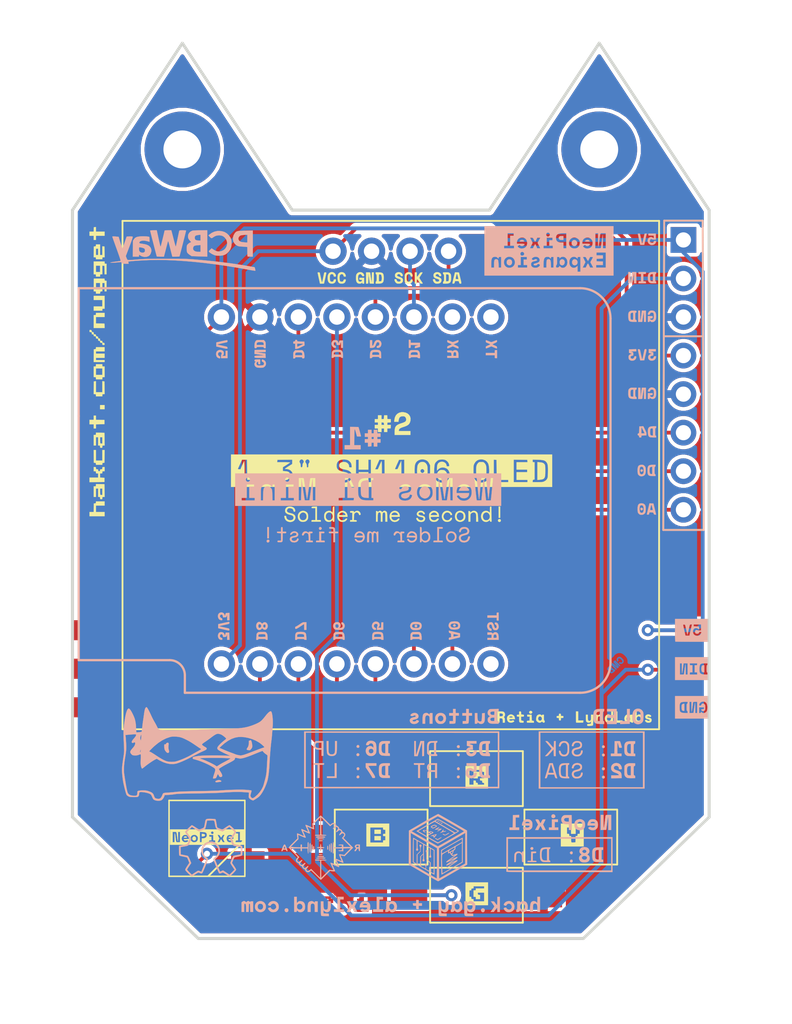
<source format=kicad_pcb>
(kicad_pcb (version 20171130) (host pcbnew 5.1.5+dfsg1-2build2)
  (layers (0 F.Cu signal hide) (31 B.Cu signal) (34 B.Paste user) (35 F.Paste user) (36 B.SilkS user) (37 F.SilkS user) (38 B.Mask user) (39 F.Mask user) (44 Edge.Cuts user))
  (net 0 "")
  (net 1 "Net-(Brd1-Pad4)")
  (net 2 "Net-(Brd1-Pad3)")
  (net 3 "Net-(Brd1-Pad2)")
  (net 4 "Net-(D1-Pad4)")
  (net 5 "Net-(D1-Pad2)")
  (net 6 /D6)
  (net 7 /D7)
  (net 8 /D5)
  (net 9 "Net-(U1-Pad16)")
  (net 10 "Net-(U1-Pad1)")
  (net 11 "Net-(U1-Pad15)")
  (net 12 "Net-(U1-Pad2)")
  (net 13 "Net-(U1-Pad3)")
  (net 14 "Net-(U1-Pad12)")
  (net 15 "Net-(U1-Pad11)")
  (net 16 +5V)
  (net 17 GND)
  (module Button_Switch_SMD:SW_SPST_FSMSM (layer F.Cu) (at 5.6515 25.146)
    (fp_text reference SW2 hide)
    (fp_text value Down)
    (pad 1 smd rect (at -4.445 0) (size 2.4 1.6) (layers F.Cu F.Paste F.Mask) (net 14 "Net-(U1-Pad12)"))
    (pad 2 smd rect (at 4.445 0) (size 2.4 1.6) (layers F.Cu F.Paste F.Mask) (net 17 GND))
  )
  (module Button_Switch_SMD:SW_SPST_FSMSM (layer F.Cu) (at 5.6515 17.4625)
    (fp_text reference SW1 hide)
    (fp_text value Up)
    (pad 1 smd rect (at -4.445 0) (size 2.4 1.6) (layers F.Cu F.Paste F.Mask) (net 6 /D6))
    (pad 2 smd rect (at 4.445 0) (size 2.4 1.6) (layers F.Cu F.Paste F.Mask) (net 17 GND))
  )
  (module Button_Switch_SMD:SW_SPST_FSMSM (layer F.Cu) (at -0.635 21.314)
    (fp_text reference SW3 hide)
    (fp_text value Left)
    (pad 1 smd rect (at -4.445 0) (size 2.4 1.6) (layers F.Cu F.Paste F.Mask) (net 7 /D7))
    (pad 2 smd rect (at 4.445 0) (size 2.4 1.6) (layers F.Cu F.Paste F.Mask) (net 17 GND))
  )
  (module Button_Switch_SMD:SW_SPST_FSMSM (layer F.Cu) (at 11.8745 21.314)
    (fp_text reference SW4 hide)
    (fp_text value Right)
    (pad 1 smd rect (at -4.445 0) (size 2.4 1.6) (layers F.Cu F.Paste F.Mask) (net 8 /D5))
    (pad 2 smd rect (at 4.445 0) (size 2.4 1.6) (layers F.Cu F.Paste F.Mask) (net 17 GND))
  )
  (module wemos-d1-mini:wemos-d1-mini-with-pin-header-and-connector (layer B.Cu) (at -2.286 -1.524)
    (fp_text reference U1 hide)
    (fp_text value "WeMos D1 Mini" hide)
    (pad 16 thru_hole circle (at 8.89 -11.43) (size 1.8 1.8) (drill 1.016) (layers *.Cu *.Mask) (net 9 "Net-(U1-Pad16)"))
    (pad 1 thru_hole circle (at 8.89 11.43) (size 1.8 1.8) (drill 1.016) (layers *.Cu *.Mask) (net 10 "Net-(U1-Pad1)"))
    (pad 15 thru_hole circle (at 6.35 -11.43) (size 1.8 1.8) (drill 1.016) (layers *.Cu *.Mask) (net 11 "Net-(U1-Pad15)"))
    (pad 2 thru_hole circle (at 6.35 11.43) (size 1.8 1.8) (drill 1.016) (layers *.Cu *.Mask) (net 12 "Net-(U1-Pad2)"))
    (pad 14 thru_hole circle (at 3.81 -11.43) (size 1.8 1.8) (drill 1.016) (layers *.Cu *.Mask) (net 2 "Net-(Brd1-Pad3)"))
    (pad 3 thru_hole circle (at 3.81 11.43) (size 1.8 1.8) (drill 1.016) (layers *.Cu *.Mask) (net 13 "Net-(U1-Pad3)"))
    (pad 13 thru_hole circle (at 1.27 -11.43) (size 1.8 1.8) (drill 1.016) (layers *.Cu *.Mask) (net 1 "Net-(Brd1-Pad4)"))
    (pad 4 thru_hole circle (at 1.27 11.43) (size 1.8 1.8) (drill 1.016) (layers *.Cu *.Mask) (net 8 /D5))
    (pad 12 thru_hole circle (at -1.27 -11.43) (size 1.8 1.8) (drill 1.016) (layers *.Cu *.Mask) (net 14 "Net-(U1-Pad12)"))
    (pad 5 thru_hole circle (at -1.27 11.43) (size 1.8 1.8) (drill 1.016) (layers *.Cu *.Mask) (net 6 /D6))
    (pad 11 thru_hole circle (at -3.81 -11.43) (size 1.8 1.8) (drill 1.016) (layers *.Cu *.Mask) (net 15 "Net-(U1-Pad11)"))
    (pad 6 thru_hole circle (at -3.81 11.43 270) (size 1.8 1.8) (drill 1.016) (layers *.Cu *.Mask) (net 7 /D7))
    (pad 10 thru_hole circle (at -6.35 -11.43) (size 1.8 1.8) (drill 1.016) (layers *.Cu *.Mask) (net 17 GND))
    (pad 7 thru_hole circle (at -6.35 11.43) (size 1.8 1.8) (drill 1.016) (layers *.Cu *.Mask) (net 4 "Net-(D1-Pad4)"))
    (pad 9 thru_hole circle (at -8.89 -11.43) (size 1.8 1.8) (drill 1.016) (layers *.Cu *.Mask) (net 16 +5V))
    (pad 8 thru_hole circle (at -8.89 11.43) (size 1.8 1.8) (drill 1.016) (layers *.Cu *.Mask) (net 3 "Net-(Brd1-Pad2)"))
  )
  (module screens:SH1106-128x64-OLED (layer F.Cu) (at 0 -2.54)
    (fp_text reference Brd1 hide)
    (fp_text value "SH1106 OLED")
    (pad 1 thru_hole circle (at -3.81 -14.75) (size 1.8 1.8) (drill 1.016) (layers *.Cu *.Mask) (net 3 "Net-(Brd1-Pad2)"))
    (pad 2 thru_hole circle (at -1.27 -14.75) (size 1.8 1.8) (drill 1.016) (layers *.Cu *.Mask) (net 17 GND))
    (pad 3 thru_hole circle (at 1.27 -14.75) (size 1.8 1.8) (drill 1.016) (layers *.Cu *.Mask) (net 2 "Net-(Brd1-Pad3)"))
    (pad 4 thru_hole circle (at 3.81 -14.75) (size 1.8 1.8) (drill 1.016) (layers *.Cu *.Mask) (net 1 "Net-(Brd1-Pad4)"))
  )
  (module LED_SMD:LED_WS2812B_PLCC4_5.0x5.0mm_P3.2mm_idiot_proof (layer F.Cu) (at -12.1285 21.3995)
    (fp_text reference D1 hide)
    (fp_text value WS2812B)
    (pad 3 smd rect (at 2.45 1.6) (size 2.2 1.5) (drill (offset 0.25 0)) (layers F.Cu F.Paste F.Mask) (net 17 GND))
    (pad 4 smd rect (at 2.45 -1.6) (size 2.2 1.5) (drill (offset 0.25 0)) (layers F.Cu F.Paste F.Mask) (net 4 "Net-(D1-Pad4)"))
    (pad 2 smd rect (at -2.45 1.6) (size 2.2 1.5) (drill (offset -0.25 0)) (layers F.Cu F.Paste F.Mask) (net 5 "Net-(D1-Pad2)"))
    (pad 1 smd rect (at -2.45 -1.6) (size 2.2 1.5) (drill (offset -0.25 0)) (layers F.Cu F.Paste F.Mask) (net 16 +5V))
  )
  (module Connector_PinHeader_2.54mm:PinHeader_1x08_P2.54mm_Vertical (layer F.Cu) (at 19.304 -18.034)
    (fp_text reference REF** hide)
    (fp_text value "8 Pin Header")
    (pad 8 thru_hole oval (at 0 17.78) (size 1.7 1.7) (drill 1) (layers *.Cu *.Mask) (net 12 "Net-(U1-Pad2)"))
    (pad 7 thru_hole oval (at 0 15.24) (size 1.7 1.7) (drill 1) (layers *.Cu *.Mask) (net 13 "Net-(U1-Pad3)"))
    (pad 6 thru_hole oval (at 0 12.7) (size 1.7 1.7) (drill 1) (layers *.Cu *.Mask) (net 15 "Net-(U1-Pad11)"))
    (pad 5 thru_hole oval (at 0 10.16) (size 1.7 1.7) (drill 1) (layers *.Cu *.Mask) (net 17 GND))
    (pad 4 thru_hole oval (at 0 7.62) (size 1.7 1.7) (drill 1) (layers *.Cu *.Mask) (net 3 "Net-(Brd1-Pad2)"))
    (pad 3 thru_hole oval (at 0 5.08) (size 1.7 1.7) (drill 1) (layers *.Cu *.Mask) (net 17 GND))
    (pad 2 thru_hole oval (at 0 2.54) (size 1.7 1.7) (drill 1) (layers *.Cu *.Mask) (net 5 "Net-(D1-Pad2)"))
    (pad 1 thru_hole rect (at 0 0) (size 1.7 1.7) (drill 1) (layers *.Cu *.Mask) (net 16 +5V))
  )
  (module MountingHole:MountingHole_2.5mm_Pad (layer F.Cu) (at 13.75 -24)
    (fp_text reference REF** hide)
    (fp_text value "M2.5 Standoff")
    (pad 1 thru_hole circle (at 0 0) (size 5 5) (drill 2.5) (layers *.Cu *.Mask))
  )
  (module MountingHole:MountingHole_2.5mm_Pad (layer F.Cu) (at -13.75 -24)
    (fp_text reference REF** hide)
    (fp_text value "M2.5 Standoff")
    (pad 1 thru_hole circle (at 0 0) (size 5 5) (drill 2.5) (layers *.Cu *.Mask))
  )
  (module LOGO (layer F.Cu) (at 0 0)
    (fp_text reference G*** hide)
    (fp_text value LOGO hide)
  )
  (module LOGO (layer F.Cu) (at 0 0)
    (fp_text reference G*** hide)
    (fp_text value LOGO hide)
  )
  (module LOGO (layer F.Cu) (at 0 0)
    (fp_text reference G*** hide)
    (fp_text value LOGO hide)
  )
  (module LOGO (layer F.Cu) (at 0 0)
    (fp_text reference G*** hide)
    (fp_text value LOGO hide)
  )
  (module LOGO (layer F.Cu) (at 0 0)
    (fp_text reference G*** hide)
    (fp_text value LOGO hide)
  )
  (module LOGO (layer F.Cu) (at 0 0)
    (fp_text reference G*** hide)
    (fp_text value LOGO hide)
  )
  (module LOGO (layer F.Cu) (at 0 0)
    (fp_text reference G*** hide)
    (fp_text value LOGO hide)
  )
  (module LOGO (layer F.Cu) (at 0 0)
    (fp_text reference G*** hide)
    (fp_text value LOGO hide)
  )
  (module LOGO (layer F.Cu) (at 0 0)
    (fp_text reference G*** hide)
    (fp_text value LOGO hide)
  )
  (module LOGO (layer F.Cu) (at 0 0)
    (fp_text reference G*** hide)
    (fp_text value LOGO hide)
  )
  (module LOGO (layer F.Cu) (at 0 0)
    (fp_text reference G*** hide)
    (fp_text value LOGO hide)
  )
  (module LOGO (layer F.Cu) (at 0 0)
    (fp_text reference G*** hide)
    (fp_text value LOGO hide)
  )
  (module LOGO (layer F.Cu) (at 0 0)
    (fp_text reference G*** hide)
    (fp_text value LOGO hide)
  )
  (module LOGO (layer F.Cu) (at 0 0)
    (fp_text reference G*** hide)
    (fp_text value LOGO hide)
  )
  (module LOGO (layer F.Cu) (at 0 0)
    (fp_text reference G*** hide)
    (fp_text value LOGO hide)
  )
  (module LOGO (layer F.Cu) (at 0 0)
    (fp_text reference G*** hide)
    (fp_text value LOGO hide)
  )
  (module LOGO (layer F.Cu) (at 0 0)
    (fp_text reference G*** hide)
    (fp_text value LOGO hide)
  )
  (module LOGO (layer F.Cu) (at 0 0)
    (fp_text reference G*** hide)
    (fp_text value LOGO hide)
    (fp_poly (pts (xy -9.630833 26.246667) (xy -9.704917 26.246667) (xy -9.75457 26.249943) (xy -9.774933 26.26843) (xy -9.778991 26.315111) (xy -9.779 26.32075) (xy -9.779 26.394834) (xy -10.498667 26.394834) (xy -10.498667 26.246667) (xy -9.927167 26.246667) (xy -9.927167 26.0985) (xy -10.498667 26.0985) (xy -10.498667 26.024417) (xy -10.501943 25.974764) (xy -10.52043 25.954401) (xy -10.567111 25.950343) (xy -10.57275 25.950334) (xy -10.646833 25.950334) (xy -10.646833 25.654) (xy -10.57275 25.654) (xy -10.3505 25.654) (xy -10.3505 25.950334) (xy -9.927167 25.950334) (xy -9.927167 25.654) (xy -10.3505 25.654) (xy -10.57275 25.654) (xy -10.522976 25.65046) (xy -10.502561 25.632505) (xy -10.498667 25.5905) (xy -10.498667 25.527) (xy -9.630833 25.527) (xy -9.630833 26.246667)) (layer F.Cu) (width 0.01))
    (fp_poly (pts (xy -8.466667 26.246667) (xy -8.54075 26.246667) (xy -8.590403 26.249943) (xy -8.610766 26.26843) (xy -8.614824 26.315111) (xy -8.614833 26.32075) (xy -8.614833 26.394834) (xy -9.3345 26.394834) (xy -9.3345 26.246667) (xy -8.763 26.246667) (xy -8.763 26.0985) (xy -9.331818 26.0985) (xy -9.338451 26.029709) (xy -9.348713 25.981218) (xy -9.376309 25.960331) (xy -9.413875 25.954284) (xy -9.454841 25.950334) (xy -9.209434 25.950334) (xy -8.763 25.950334) (xy -8.763 25.652519) (xy -8.979958 25.658551) (xy -9.196917 25.664584) (xy -9.203176 25.807459) (xy -9.209434 25.950334) (xy -9.454841 25.950334) (xy -9.482667 25.947651) (xy -9.482667 25.654) (xy -9.408583 25.654) (xy -9.35881 25.65046) (xy -9.338395 25.632505) (xy -9.3345 25.5905) (xy -9.3345 25.527) (xy -8.466667 25.527) (xy -8.466667 26.246667)) (layer F.Cu) (width 0.01))
    (fp_poly (pts (xy -12.678833 25.30475) (xy -12.675252 25.35455) (xy -12.657344 25.374974) (xy -12.616675 25.378834) (xy -12.573019 25.384375) (xy -12.553857 25.409713) (xy -12.547883 25.447625) (xy -12.537621 25.496116) (xy -12.510025 25.517003) (xy -12.472458 25.52305) (xy -12.424736 25.532658) (xy -12.406233 25.557337) (xy -12.403667 25.591841) (xy -12.399398 25.633625) (xy -12.378054 25.650762) (xy -12.329583 25.654) (xy -12.2555 25.654) (xy -12.2555 25.230667) (xy -11.959167 25.230667) (xy -11.959167 26.246667) (xy -12.2555 26.246667) (xy -12.2555 25.950334) (xy -12.329583 25.950334) (xy -12.379236 25.947057) (xy -12.3996 25.92857) (xy -12.403658 25.881889) (xy -12.403667 25.87625) (xy -12.406943 25.826597) (xy -12.42543 25.806234) (xy -12.472111 25.802176) (xy -12.47775 25.802167) (xy -12.527403 25.79889) (xy -12.547766 25.780404) (xy -12.551824 25.733722) (xy -12.551833 25.728084) (xy -12.555392 25.678299) (xy -12.573325 25.65788) (xy -12.614736 25.654) (xy -12.677639 25.654) (xy -12.689417 26.236084) (xy -12.832292 26.242342) (xy -12.975167 26.248601) (xy -12.975167 25.230667) (xy -12.678833 25.230667) (xy -12.678833 25.30475)) (layer F.Cu) (width 0.01))
    (fp_poly (pts (xy -11.514667 26.0985) (xy -11.091333 26.0985) (xy -11.091333 25.527) (xy -10.795 25.527) (xy -10.795 26.246667) (xy -11.662833 26.246667) (xy -11.662833 26.172584) (xy -11.66611 26.122931) (xy -11.684597 26.102567) (xy -11.731278 26.098509) (xy -11.736917 26.0985) (xy -11.811 26.0985) (xy -11.811 25.527) (xy -11.514667 25.527) (xy -11.514667 26.0985)) (layer F.Cu) (width 0.01))
    (fp_poly (pts (xy -7.450667 25.589159) (xy -7.445125 25.632814) (xy -7.419788 25.651976) (xy -7.381875 25.657951) (xy -7.313083 25.664584) (xy -7.300589 25.949326) (xy -7.66667 25.955121) (xy -8.03275 25.960917) (xy -8.039383 26.029709) (xy -8.046016 26.0985) (xy -7.450667 26.0985) (xy -7.450667 26.246667) (xy -8.170333 26.246667) (xy -8.170333 26.172584) (xy -8.17361 26.122931) (xy -8.192097 26.102567) (xy -8.238778 26.098509) (xy -8.244417 26.0985) (xy -8.3185 26.0985) (xy -8.3185 25.802167) (xy -8.046016 25.802167) (xy -7.598833 25.802167) (xy -7.598833 25.652519) (xy -7.815792 25.658551) (xy -8.03275 25.664584) (xy -8.039383 25.733375) (xy -8.046016 25.802167) (xy -8.3185 25.802167) (xy -8.3185 25.654) (xy -8.244417 25.654) (xy -8.194643 25.65046) (xy -8.174228 25.632505) (xy -8.170333 25.5905) (xy -8.170333 25.527) (xy -7.450667 25.527) (xy -7.450667 25.589159)) (layer F.Cu) (width 0.01))
    (fp_poly (pts (xy -6.434667 25.527) (xy -6.138333 25.527) (xy -6.138333 25.589533) (xy -6.13992 25.622701) (xy -6.150942 25.641884) (xy -6.180793 25.651603) (xy -6.238869 25.656383) (xy -6.281208 25.658325) (xy -6.424083 25.664584) (xy -6.429972 25.955625) (xy -6.435861 26.246667) (xy -6.731 26.246667) (xy -6.731 25.654) (xy -7.006167 25.654) (xy -7.006167 25.527) (xy -6.731 25.527) (xy -6.731 25.230667) (xy -6.434667 25.230667) (xy -6.434667 25.527)) (layer F.Cu) (width 0.01))
    (fp_poly (pts (xy -3.958167 25.30475) (xy -3.95489 25.354403) (xy -3.936404 25.374766) (xy -3.889722 25.378824) (xy -3.884083 25.378834) (xy -3.81 25.378834) (xy -3.81 25.654) (xy -3.884083 25.654) (xy -3.933736 25.657277) (xy -3.9541 25.675763) (xy -3.958158 25.722445) (xy -3.958167 25.728084) (xy -3.961443 25.777736) (xy -3.97993 25.7981) (xy -4.026611 25.802158) (xy -4.03225 25.802167) (xy -4.081903 25.805443) (xy -4.102266 25.82393) (xy -4.106324 25.870611) (xy -4.106333 25.87625) (xy -4.106333 25.950334) (xy -4.402667 25.950334) (xy -4.402667 26.0985) (xy -3.81 26.0985) (xy -3.81 26.246667) (xy -4.826 26.246667) (xy -4.826 25.950334) (xy -4.751917 25.950334) (xy -4.702264 25.947057) (xy -4.681901 25.92857) (xy -4.677843 25.881889) (xy -4.677833 25.87625) (xy -4.674252 25.826451) (xy -4.656344 25.806026) (xy -4.615675 25.802167) (xy -4.572019 25.796625) (xy -4.552857 25.771288) (xy -4.546883 25.733375) (xy -4.54025 25.664584) (xy -4.397375 25.658325) (xy -4.321751 25.654318) (xy -4.279026 25.647622) (xy -4.259807 25.633715) (xy -4.254698 25.608073) (xy -4.2545 25.589533) (xy -4.250271 25.547504) (xy -4.22904 25.530266) (xy -4.180417 25.527) (xy -4.130764 25.523724) (xy -4.110401 25.505237) (xy -4.106343 25.458556) (xy -4.106333 25.452917) (xy -4.106333 25.378834) (xy -4.550833 25.378834) (xy -4.550833 25.527) (xy -4.826 25.527) (xy -4.826 25.454258) (xy -4.821894 25.404533) (xy -4.801326 25.382667) (xy -4.757208 25.374883) (xy -4.708718 25.364621) (xy -4.687831 25.337025) (xy -4.681784 25.299459) (xy -4.675151 25.230667) (xy -3.958167 25.230667) (xy -3.958167 25.30475)) (layer F.Cu) (width 0.01))
    (fp_poly (pts (xy -3.090333 26.246667) (xy -3.388601 26.246667) (xy -3.376083 25.960917) (xy -3.090333 25.948399) (xy -3.090333 26.246667)) (layer F.Cu) (width 0.01))
    (fp_poly (pts (xy -1.778 26.0985) (xy -1.481667 26.0985) (xy -1.481667 26.246667) (xy -2.3495 26.246667) (xy -2.3495 26.0985) (xy -2.074333 26.0985) (xy -2.074333 25.529682) (xy -2.143125 25.52305) (xy -2.191616 25.512787) (xy -2.212503 25.485192) (xy -2.21855 25.447625) (xy -2.219888 25.401863) (xy -2.203956 25.382837) (xy -2.15906 25.378856) (xy -2.149758 25.378834) (xy -2.099513 25.375717) (xy -2.078672 25.357933) (xy -2.074353 25.312828) (xy -2.074333 25.30475) (xy -2.074333 25.230667) (xy -1.778 25.230667) (xy -1.778 26.0985)) (layer F.Cu) (width 0.01))
    (fp_poly (pts (xy -18.965333 13.419667) (xy -20.997333 13.419667) (xy -20.997333 12.107334) (xy -18.965333 12.107334) (xy -18.965333 13.419667)) (layer F.Cu) (width 0.01))
    (fp_poly (pts (xy 20.997333 13.419667) (xy 19.984861 13.419667) (xy 19.781766 13.41938) (xy 19.59169 13.41856) (xy 19.418806 13.417262) (xy 19.267289 13.415544) (xy 19.141311 13.413464) (xy 19.045047 13.411079) (xy 18.982672 13.408446) (xy 18.958357 13.405624) (xy 18.958278 13.405556) (xy 18.954753 13.381625) (xy 18.95155 13.320658) (xy 18.948783 13.227953) (xy 18.946565 13.108806) (xy 18.945011 12.968514) (xy 18.944234 12.812375) (xy 18.944167 12.749389) (xy 18.944167 12.107334) (xy 20.997333 12.107334) (xy 20.997333 13.419667)) (layer F.Cu) (width 0.01))
    (fp_poly (pts (xy -18.965333 10.879667) (xy -20.997333 10.879667) (xy -20.997333 9.567334) (xy -18.965333 9.567334) (xy -18.965333 10.879667)) (layer F.Cu) (width 0.01))
    (fp_poly (pts (xy 20.997333 10.879667) (xy 19.984861 10.879667) (xy 19.781766 10.87938) (xy 19.59169 10.87856) (xy 19.418806 10.877262) (xy 19.267289 10.875544) (xy 19.141311 10.873464) (xy 19.045047 10.871079) (xy 18.982672 10.868446) (xy 18.958357 10.865624) (xy 18.958278 10.865556) (xy 18.954753 10.841625) (xy 18.95155 10.780658) (xy 18.948783 10.687953) (xy 18.946565 10.568806) (xy 18.945011 10.428514) (xy 18.944234 10.272375) (xy 18.944167 10.209389) (xy 18.944167 9.567334) (xy 20.997333 9.567334) (xy 20.997333 10.879667)) (layer F.Cu) (width 0.01))
    (fp_poly (pts (xy -18.965333 8.339667) (xy -20.997333 8.339667) (xy -20.997333 7.027334) (xy -18.965333 7.027334) (xy -18.965333 8.339667)) (layer F.Cu) (width 0.01))
    (fp_poly (pts (xy 20.997333 8.339667) (xy 19.984861 8.339667) (xy 19.781766 8.33938) (xy 19.59169 8.33856) (xy 19.418806 8.337262) (xy 19.267289 8.335544) (xy 19.141311 8.333464) (xy 19.045047 8.331079) (xy 18.982672 8.328446) (xy 18.958357 8.325624) (xy 18.958278 8.325556) (xy 18.954753 8.301625) (xy 18.95155 8.240658) (xy 18.948783 8.147953) (xy 18.946565 8.028806) (xy 18.945011 7.888514) (xy 18.944234 7.732375) (xy 18.944167 7.669389) (xy 18.944167 7.027334) (xy 20.997333 7.027334) (xy 20.997333 8.339667)) (layer F.Cu) (width 0.01))
  )
  (module LOGO (layer F.Cu) (at 0 0)
    (fp_text reference G*** hide)
    (fp_text value LOGO hide)
    (fp_poly (pts (xy 14.500354 10.004799) (xy 14.507548 10.010006) (xy 14.529395 10.043161) (xy 14.529267 10.061416) (xy 14.538087 10.088014) (xy 14.570102 10.130912) (xy 14.615969 10.180842) (xy 14.666344 10.228533) (xy 14.711883 10.264714) (xy 14.74324 10.280118) (xy 14.748743 10.279151) (xy 14.777049 10.282661) (xy 14.79754 10.300042) (xy 14.808905 10.322345) (xy 14.800925 10.348177) (xy 14.768796 10.386182) (xy 14.727087 10.426809) (xy 14.641458 10.493502) (xy 14.56775 10.521054) (xy 14.507009 10.50929) (xy 14.467424 10.469899) (xy 14.447585 10.421444) (xy 14.448034 10.385233) (xy 14.448549 10.370731) (xy 14.520333 10.370731) (xy 14.533552 10.419004) (xy 14.567205 10.434828) (xy 14.612283 10.416172) (xy 14.633641 10.396269) (xy 14.656368 10.365177) (xy 14.648819 10.340923) (xy 14.626735 10.319265) (xy 14.590322 10.294495) (xy 14.560976 10.301345) (xy 14.55248 10.307837) (xy 14.525178 10.347652) (xy 14.520333 10.370731) (xy 14.448549 10.370731) (xy 14.448908 10.360652) (xy 14.419916 10.351252) (xy 14.396086 10.3505) (xy 14.331913 10.334726) (xy 14.298009 10.300441) (xy 14.278263 10.248122) (xy 14.282872 10.224748) (xy 14.381033 10.224748) (xy 14.384287 10.264867) (xy 14.412353 10.286236) (xy 14.421138 10.287) (xy 14.456928 10.272487) (xy 14.485474 10.248102) (xy 14.508692 10.216278) (xy 14.500227 10.191921) (xy 14.481607 10.173848) (xy 14.450331 10.150915) (xy 14.426107 10.158444) (xy 14.404785 10.180207) (xy 14.381033 10.224748) (xy 14.282872 10.224748) (xy 14.289312 10.19209) (xy 14.333503 10.126406) (xy 14.390397 10.066667) (xy 14.442318 10.019973) (xy 14.475875 10.000847) (xy 14.500354 10.004799)) (layer B.Cu) (width 0.01))
    (fp_poly (pts (xy 14.964825 9.831909) (xy 15.032438 9.90055) (xy 15.087219 9.958877) (xy 15.123084 10.000229) (xy 15.134167 10.017293) (xy 15.117203 10.038254) (xy 15.09824 10.048115) (xy 15.071232 10.045149) (xy 15.029928 10.017696) (xy 14.970054 9.962427) (xy 14.914025 9.904576) (xy 14.848357 9.835808) (xy 14.810305 9.798196) (xy 14.799924 9.791874) (xy 14.81727 9.81698) (xy 14.862398 9.873649) (xy 14.935364 9.962018) (xy 14.939388 9.966844) (xy 15.051928 10.101771) (xy 15.005423 10.151272) (xy 14.958919 10.200774) (xy 14.900769 10.153929) (xy 14.853717 10.115695) (xy 14.789051 10.062747) (xy 14.729101 10.013411) (xy 14.6817 9.97474) (xy 14.658769 9.957784) (xy 14.661543 9.964517) (xy 14.691257 9.996913) (xy 14.749145 10.056944) (xy 14.769321 10.07769) (xy 14.840036 10.15249) (xy 14.882992 10.204041) (xy 14.901798 10.23752) (xy 14.900064 10.258103) (xy 14.897379 10.261321) (xy 14.868911 10.283637) (xy 14.859562 10.287) (xy 14.840677 10.27288) (xy 14.798657 10.234562) (xy 14.739969 10.178114) (xy 14.679652 10.118239) (xy 14.51188 9.949477) (xy 14.562129 9.895989) (xy 14.600365 9.859978) (xy 14.627317 9.842751) (xy 14.62918 9.8425) (xy 14.651294 9.855519) (xy 14.697634 9.89065) (xy 14.760673 9.942008) (xy 14.810699 9.984455) (xy 14.878999 10.042888) (xy 14.921259 10.07721) (xy 14.937174 10.085938) (xy 14.926436 10.067589) (xy 14.888737 10.02068) (xy 14.823773 9.943727) (xy 14.795386 9.910417) (xy 14.681796 9.77725) (xy 14.73864 9.720406) (xy 14.795484 9.663561) (xy 14.964825 9.831909)) (layer B.Cu) (width 0.01))
    (fp_poly (pts (xy 15.129017 9.445804) (xy 15.173344 9.466785) (xy 15.226103 9.510129) (xy 15.262174 9.545159) (xy 15.321141 9.608476) (xy 15.353527 9.656996) (xy 15.366048 9.702063) (xy 15.367 9.722189) (xy 15.349086 9.799029) (xy 15.302253 9.858744) (xy 15.236863 9.895834) (xy 15.163279 9.904798) (xy 15.091865 9.880134) (xy 15.082213 9.87337) (xy 15.054281 9.846881) (xy 15.060118 9.823925) (xy 15.07424 9.808689) (xy 15.105789 9.786984) (xy 15.140147 9.795986) (xy 15.152725 9.80345) (xy 15.199816 9.820365) (xy 15.234781 9.808434) (xy 15.273204 9.766542) (xy 15.272228 9.71297) (xy 15.231663 9.646697) (xy 15.197667 9.609667) (xy 15.124863 9.549828) (xy 15.065258 9.529671) (xy 15.017828 9.549005) (xy 14.998899 9.572552) (xy 14.987238 9.617208) (xy 15.000835 9.649727) (xy 15.014097 9.68723) (xy 14.992834 9.71984) (xy 14.989367 9.723036) (xy 14.95914 9.744196) (xy 14.938064 9.731432) (xy 14.927062 9.714939) (xy 14.900816 9.638373) (xy 14.91015 9.562536) (xy 14.949368 9.497567) (xy 15.012774 9.453608) (xy 15.081296 9.440334) (xy 15.129017 9.445804)) (layer B.Cu) (width 0.01))
  )
  (module LOGO (layer F.Cu) (at 0 0)
    (fp_text reference G*** hide)
    (fp_text value LOGO hide)
  )
  (module LOGO (layer F.Cu) (at 0 0)
    (fp_text reference G*** hide)
    (fp_text value LOGO hide)
  )
  (module LOGO (layer F.Cu) (at 0 0)
    (fp_text reference G*** hide)
    (fp_text value LOGO hide)
  )
  (module LOGO (layer F.Cu) (at 0 0)
    (fp_text reference G*** hide)
    (fp_text value LOGO hide)
  )
  (gr_line (start 20.574 -11.684) (end 18.034 -11.684) (layer F.SilkS) (width 0.12))
  (gr_line (start 20.574 -11.684) (end 18.034 -11.684) (layer B.SilkS) (width 0.12))
  (gr_line (start 17.9705 1.0795) (end 18.034 -19.304) (layer B.SilkS) (width 0.12))
  (gr_line (start 20.6375 1.0795) (end 17.9705 1.0795) (layer B.SilkS) (width 0.12))
  (gr_line (start 20.574 -19.304) (end 20.6375 1.0795) (layer B.SilkS) (width 0.12))
  (gr_line (start 18.034 -19.304) (end 20.574 -19.304) (layer B.SilkS) (width 0.12))
  (gr_line (start -21 20) (end -21 -20) (layer Edge.Cuts) (width 0.2))
  (gr_line (start -12.7 28) (end -21 20) (layer Edge.Cuts) (width 0.2))
  (gr_line (start 12.7 28) (end -12.7 28) (layer Edge.Cuts) (width 0.2))
  (gr_line (start 21 20) (end 12.7 28) (layer Edge.Cuts) (width 0.2))
  (gr_line (start 21 -20) (end 21 20) (layer Edge.Cuts) (width 0.2))
  (gr_line (start 13.75 -31) (end 21 -20) (layer Edge.Cuts) (width 0.2))
  (gr_line (start 6.5 -20) (end 13.75 -31) (layer Edge.Cuts) (width 0.2))
  (gr_line (start -6.499999 -20) (end 6.5 -20) (layer Edge.Cuts) (width 0.2))
  (gr_line (start -13.75 -31) (end -6.499999 -20) (layer Edge.Cuts) (width 0.2))
  (gr_line (start -21 -20) (end -13.75 -31) (layer Edge.Cuts) (width 0.2))
  (segment (start -1.016 -14.226792) (end -0.383792 -14.859) (width 0.25) (layer F.Cu) (net 1))
  (segment (start -1.016 -12.954) (end -1.016 -14.226792) (width 0.25) (layer F.Cu) (net 1))
  (segment (start -0.383792 -14.859) (end 3.302 -14.859) (width 0.25) (layer F.Cu) (net 1))
  (segment (start 3.81 -15.367) (end 3.81 -17.29) (width 0.25) (layer F.Cu) (net 1))
  (segment (start 3.302 -14.859) (end 3.81 -15.367) (width 0.25) (layer F.Cu) (net 1))
  (segment (start 1.27 -17.29) (end 1.27 -15.367) (width 0.25) (layer B.Cu) (net 2))
  (segment (start 1.524 -15.113) (end 1.524 -12.954) (width 0.25) (layer B.Cu) (net 2))
  (segment (start 1.27 -15.367) (end 1.524 -15.113) (width 0.25) (layer B.Cu) (net 2))
  (segment (start -3.81 -17.29) (end -2.304 -18.796) (width 0.25) (layer F.Cu) (net 3))
  (segment (start -2.304 -18.796) (end 14.732 -18.796) (width 0.25) (layer F.Cu) (net 3))
  (segment (start 14.732 -18.796) (end 15.5575 -17.9705) (width 0.25) (layer F.Cu) (net 3))
  (segment (start 15.5575 -17.9705) (end 15.5575 -11.176) (width 0.25) (layer F.Cu) (net 3))
  (segment (start 16.3195 -10.414) (end 19.304 -10.414) (width 0.25) (layer F.Cu) (net 3))
  (segment (start 15.5575 -11.176) (end 16.3195 -10.414) (width 0.25) (layer F.Cu) (net 3))
  (segment (start -9.950999 8.680999) (end -9.950999 -16.084001) (width 0.25) (layer B.Cu) (net 3))
  (segment (start -11.176 9.906) (end -9.950999 8.680999) (width 0.25) (layer B.Cu) (net 3))
  (segment (start -8.745 -17.29) (end -3.81 -17.29) (width 0.25) (layer B.Cu) (net 3))
  (segment (start -9.950999 -16.084001) (end -8.745 -17.29) (width 0.25) (layer B.Cu) (net 3))
  (segment (start -8.636 18.757) (end -8.636 9.906) (width 0.25) (layer F.Cu) (net 4))
  (segment (start -9.6785 19.7995) (end -8.636 18.757) (width 0.25) (layer F.Cu) (net 4))
  (segment (start 17.018 10.287) (end 17.018 10.287) (width 0.25) (layer F.Cu) (net 5))
  (via (at 16.9545 10.287) (size 0.8) (drill 0.4) (layers F.Cu B.Cu) (net 5))
  (segment (start -14.5785 22.9995) (end -12.7125 22.9995) (width 0.25) (layer F.Cu) (net 5))
  (segment (start -12.7125 22.9995) (end -12.1285 22.4155) (width 0.25) (layer F.Cu) (net 5))
  (segment (start -12.1285 22.4155) (end -12.1285 22.4155) (width 0.25) (layer F.Cu) (net 5))
  (via (at -12.1285 22.4155) (size 0.8) (drill 0.4) (layers F.Cu B.Cu) (net 5))
  (segment (start -12.1285 22.4155) (end -6.6675 22.4155) (width 0.25) (layer B.Cu) (net 5))
  (segment (start -6.6675 22.4155) (end -2.6035 26.4795) (width 0.25) (layer B.Cu) (net 5))
  (segment (start -2.6035 26.4795) (end 10.414 26.4795) (width 0.25) (layer B.Cu) (net 5))
  (segment (start 10.414 26.4795) (end 13.9065 22.987) (width 0.25) (layer B.Cu) (net 5))
  (segment (start 15.875 -15.494) (end 19.304 -15.494) (width 0.25) (layer B.Cu) (net 5))
  (segment (start 13.9065 -13.5255) (end 15.875 -15.494) (width 0.25) (layer B.Cu) (net 5))
  (segment (start 16.9545 10.287) (end 19.812 10.287) (width 0.25) (layer F.Cu) (net 5))
  (segment (start 13.9065 13.5255) (end 13.9065 11.8745) (width 0.25) (layer B.Cu) (net 5))
  (segment (start 13.9065 22.987) (end 13.9065 13.5255) (width 0.25) (layer B.Cu) (net 5))
  (segment (start 13.9065 13.5255) (end 13.9065 -13.5255) (width 0.25) (layer B.Cu) (net 5))
  (segment (start 15.494 10.287) (end 16.9545 10.287) (width 0.25) (layer B.Cu) (net 5))
  (segment (start 13.9065 11.8745) (end 15.494 10.287) (width 0.25) (layer B.Cu) (net 5))
  (segment (start -3.556 11.178792) (end -3.556 9.906) (width 0.25) (layer F.Cu) (net 6))
  (segment (start -3.556 14.185) (end -3.556 11.178792) (width 0.25) (layer F.Cu) (net 6))
  (segment (start 1.0615 17.4625) (end 1.0615 15.857) (width 0.25) (layer F.Cu) (net 6))
  (segment (start 1.0615 15.857) (end 0.1905 14.986) (width 0.25) (layer F.Cu) (net 6))
  (segment (start -2.755 14.986) (end -3.556 14.185) (width 0.25) (layer F.Cu) (net 6))
  (segment (start 0.1905 14.986) (end -2.755 14.986) (width 0.25) (layer F.Cu) (net 6))
  (segment (start -5.225 21.314) (end -5.225 15.4125) (width 0.25) (layer F.Cu) (net 7))
  (segment (start -6.096 14.5415) (end -6.096 9.906) (width 0.25) (layer F.Cu) (net 7))
  (segment (start -5.225 15.4125) (end -6.096 14.5415) (width 0.25) (layer F.Cu) (net 7))
  (segment (start 7.2845 21.314) (end 7.2845 15.0315) (width 0.25) (layer F.Cu) (net 8))
  (segment (start 7.2845 15.0315) (end 5.7785 13.5255) (width 0.25) (layer F.Cu) (net 8))
  (segment (start 5.7785 13.5255) (end 0.1905 13.5255) (width 0.25) (layer F.Cu) (net 8))
  (segment (start -1.016 12.319) (end -1.016 9.906) (width 0.25) (layer F.Cu) (net 8))
  (segment (start 0.1905 13.5255) (end -1.016 12.319) (width 0.25) (layer F.Cu) (net 8))
  (segment (start 4.064 9.906) (end 4.064 1.9685) (width 0.25) (layer F.Cu) (net 12))
  (segment (start 6.2865 -0.254) (end 19.304 -0.254) (width 0.25) (layer F.Cu) (net 12))
  (segment (start 4.064 1.9685) (end 6.2865 -0.254) (width 0.25) (layer F.Cu) (net 12))
  (segment (start 19.304 -2.794) (end 5.715 -2.794) (width 0.25) (layer F.Cu) (net 13))
  (segment (start 1.524 1.397) (end 1.524 9.906) (width 0.25) (layer F.Cu) (net 13))
  (segment (start 5.715 -2.794) (end 1.524 1.397) (width 0.25) (layer F.Cu) (net 13))
  (segment (start -3.556 -12.954) (end -3.556 5.334) (width 0.25) (layer B.Cu) (net 14))
  (segment (start -3.556 5.334) (end -3.556 8.001) (width 0.25) (layer B.Cu) (net 14))
  (segment (start -4.870999 9.315999) (end -4.870999 22.942001) (width 0.25) (layer B.Cu) (net 14))
  (segment (start -3.556 8.001) (end -4.870999 9.315999) (width 0.25) (layer B.Cu) (net 14))
  (segment (start -4.870999 22.942001) (end -2.667 25.146) (width 0.25) (layer B.Cu) (net 14))
  (segment (start -2.667 25.146) (end 4.0005 25.146) (width 0.25) (layer B.Cu) (net 14))
  (segment (start 4.0005 25.146) (end 4.0005 25.146) (width 0.25) (layer B.Cu) (net 14))
  (via (at 4.0005 25.146) (size 0.8) (drill 0.4) (layers F.Cu B.Cu) (net 14))
  (segment (start 4.0005 25.146) (end 1.0615 25.146) (width 0.25) (layer F.Cu) (net 14))
  (segment (start -6.096 -12.954) (end -6.096 -7.1755) (width 0.25) (layer F.Cu) (net 15))
  (segment (start -4.2545 -5.334) (end 19.304 -5.334) (width 0.25) (layer F.Cu) (net 15))
  (segment (start -6.096 -7.1755) (end -4.2545 -5.334) (width 0.25) (layer F.Cu) (net 15))
  (segment (start 19.939 7.6835) (end 16.9545 7.6835) (width 0.25) (layer F.Cu) (net 16))
  (segment (start 16.9545 7.6835) (end 16.9545 7.6835) (width 0.25) (layer F.Cu) (net 16))
  (via (at 16.9545 7.6835) (size 0.8) (drill 0.4) (layers F.Cu B.Cu) (net 16))
  (segment (start -14.5785 -9.5515) (end -11.176 -12.954) (width 0.25) (layer F.Cu) (net 16))
  (segment (start -14.5785 19.7995) (end -14.5785 -9.5515) (width 0.25) (layer F.Cu) (net 16))
  (segment (start 19.304 -17.2085) (end 20.57499 -15.93751) (width 0.25) (layer B.Cu) (net 16))
  (segment (start 19.304 -18.034) (end 19.304 -17.2085) (width 0.25) (layer B.Cu) (net 16))
  (segment (start 20.57499 -15.93751) (end 20.57499 7.23801) (width 0.25) (layer B.Cu) (net 16))
  (segment (start 20.1295 7.6835) (end 16.9545 7.6835) (width 0.25) (layer B.Cu) (net 16))
  (segment (start 20.57499 7.23801) (end 20.1295 7.6835) (width 0.25) (layer B.Cu) (net 16))
  (segment (start 19.304 -18.034) (end 7.3025 -18.034) (width 0.25) (layer B.Cu) (net 16))
  (segment (start 7.3025 -18.034) (end 6.5405 -18.796) (width 0.25) (layer B.Cu) (net 16))
  (segment (start 6.5405 -18.796) (end -9.652 -18.796) (width 0.25) (layer B.Cu) (net 16))
  (segment (start -11.176 -17.272) (end -11.176 -12.954) (width 0.25) (layer B.Cu) (net 16))
  (segment (start -9.652 -18.796) (end -11.176 -17.272) (width 0.25) (layer B.Cu) (net 16))
  (segment (start 19.921361 15.642167) (end 19.921361 13.038667) (width 0.5) (layer F.Cu) (net 17))
  (segment (start 16.4645 21.314) (end 16.4645 13.317) (width 0.25) (layer F.Cu) (net 17))
  (segment (start 16.4645 13.317) (end 17.018 12.7635) (width 0.25) (layer F.Cu) (net 17))
  (segment (start 17.018 12.7635) (end 19.6215 12.7635) (width 0.5) (layer F.Cu) (net 17))
  (zone (net 17) (net_name GND) (layer F.Cu) (connect_pads (clearance 0.25)) (min_thickness 0.254) (fill yes (arc_segments 32) (thermal_gap 0.508) (thermal_bridge_width 0.508))
    (polygon (pts (xy 25.4 33.401) (xy -24.0665 33.401) (xy -24.0665 -32.9565) (xy 25.4 -32.9565)))
  )
  (zone (net 17) (net_name GND) (layer B.Cu) (connect_pads (clearance 0.25)) (min_thickness 0.254) (fill yes (arc_segments 32) (thermal_gap 0.508) (thermal_bridge_width 0.508))
    (polygon (pts (xy 26.4795 33.655) (xy -24.9555 33.655) (xy -24.9555 -33.401) (xy 26.4795 -33.401)))
  )
  (zone (net 0) (net_name "") (layer F.Cu) (connect_pads (clearance 0.25)) (min_thickness 0.254) (fill yes (arc_segments 32) (thermal_gap 0.508) (thermal_bridge_width 0.508))
    (polygon (pts (xy 25.3365 32.9565) (xy -25.8445 32.9565) (xy -25.8445 -32.512) (xy 25.3365 -32.512)))
  )
  (zone (net 0) (net_name "") (layer B.Cu) (connect_pads (clearance 0.25)) (min_thickness 0.254) (fill yes (arc_segments 32) (thermal_gap 0.508) (thermal_bridge_width 0.508))
    (polygon (pts (xy 26.4795 33.528) (xy -25.781 33.528) (xy -25.781 -33.8455) (xy 26.4795 -33.8455)))
  )
)
</source>
